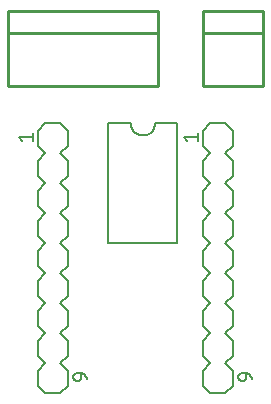
<source format=gto>
G75*
%MOIN*%
%OFA0B0*%
%FSLAX25Y25*%
%IPPOS*%
%LPD*%
%AMOC8*
5,1,8,0,0,1.08239X$1,22.5*
%
%ADD10C,0.00600*%
%ADD11C,0.00500*%
%ADD12C,0.01000*%
D10*
X0027000Y0009500D02*
X0027000Y0014500D01*
X0029500Y0017000D01*
X0027000Y0019500D01*
X0027000Y0024500D01*
X0029500Y0027000D01*
X0027000Y0029500D01*
X0027000Y0034500D01*
X0029500Y0037000D01*
X0027000Y0039500D01*
X0027000Y0044500D01*
X0029500Y0047000D01*
X0027000Y0049500D01*
X0027000Y0054500D01*
X0029500Y0057000D01*
X0027000Y0059500D01*
X0027000Y0064500D01*
X0029500Y0067000D01*
X0027000Y0069500D01*
X0027000Y0074500D01*
X0029500Y0077000D01*
X0027000Y0079500D01*
X0027000Y0084500D01*
X0029500Y0087000D01*
X0027000Y0089500D01*
X0027000Y0094500D01*
X0029500Y0097000D01*
X0034500Y0097000D01*
X0037000Y0094500D01*
X0037000Y0089500D01*
X0034500Y0087000D01*
X0037000Y0084500D01*
X0037000Y0079500D01*
X0034500Y0077000D01*
X0037000Y0074500D01*
X0037000Y0069500D01*
X0034500Y0067000D01*
X0037000Y0064500D01*
X0037000Y0059500D01*
X0034500Y0057000D01*
X0037000Y0054500D01*
X0037000Y0049500D01*
X0034500Y0047000D01*
X0037000Y0044500D01*
X0037000Y0039500D01*
X0034500Y0037000D01*
X0037000Y0034500D01*
X0037000Y0029500D01*
X0034500Y0027000D01*
X0037000Y0024500D01*
X0037000Y0019500D01*
X0034500Y0017000D01*
X0037000Y0014500D01*
X0037000Y0009500D01*
X0034500Y0007000D01*
X0029500Y0007000D01*
X0027000Y0009500D01*
X0050500Y0057000D02*
X0073500Y0057000D01*
X0073500Y0097000D01*
X0066000Y0097000D01*
X0065998Y0096874D01*
X0065992Y0096749D01*
X0065982Y0096624D01*
X0065968Y0096499D01*
X0065951Y0096374D01*
X0065929Y0096250D01*
X0065904Y0096127D01*
X0065874Y0096005D01*
X0065841Y0095884D01*
X0065804Y0095764D01*
X0065764Y0095645D01*
X0065719Y0095528D01*
X0065671Y0095411D01*
X0065619Y0095297D01*
X0065564Y0095184D01*
X0065505Y0095073D01*
X0065443Y0094964D01*
X0065377Y0094857D01*
X0065308Y0094752D01*
X0065236Y0094649D01*
X0065161Y0094548D01*
X0065082Y0094450D01*
X0065000Y0094355D01*
X0064916Y0094262D01*
X0064828Y0094172D01*
X0064738Y0094084D01*
X0064645Y0094000D01*
X0064550Y0093918D01*
X0064452Y0093839D01*
X0064351Y0093764D01*
X0064248Y0093692D01*
X0064143Y0093623D01*
X0064036Y0093557D01*
X0063927Y0093495D01*
X0063816Y0093436D01*
X0063703Y0093381D01*
X0063589Y0093329D01*
X0063472Y0093281D01*
X0063355Y0093236D01*
X0063236Y0093196D01*
X0063116Y0093159D01*
X0062995Y0093126D01*
X0062873Y0093096D01*
X0062750Y0093071D01*
X0062626Y0093049D01*
X0062501Y0093032D01*
X0062376Y0093018D01*
X0062251Y0093008D01*
X0062126Y0093002D01*
X0062000Y0093000D01*
X0061874Y0093002D01*
X0061749Y0093008D01*
X0061624Y0093018D01*
X0061499Y0093032D01*
X0061374Y0093049D01*
X0061250Y0093071D01*
X0061127Y0093096D01*
X0061005Y0093126D01*
X0060884Y0093159D01*
X0060764Y0093196D01*
X0060645Y0093236D01*
X0060528Y0093281D01*
X0060411Y0093329D01*
X0060297Y0093381D01*
X0060184Y0093436D01*
X0060073Y0093495D01*
X0059964Y0093557D01*
X0059857Y0093623D01*
X0059752Y0093692D01*
X0059649Y0093764D01*
X0059548Y0093839D01*
X0059450Y0093918D01*
X0059355Y0094000D01*
X0059262Y0094084D01*
X0059172Y0094172D01*
X0059084Y0094262D01*
X0059000Y0094355D01*
X0058918Y0094450D01*
X0058839Y0094548D01*
X0058764Y0094649D01*
X0058692Y0094752D01*
X0058623Y0094857D01*
X0058557Y0094964D01*
X0058495Y0095073D01*
X0058436Y0095184D01*
X0058381Y0095297D01*
X0058329Y0095411D01*
X0058281Y0095528D01*
X0058236Y0095645D01*
X0058196Y0095764D01*
X0058159Y0095884D01*
X0058126Y0096005D01*
X0058096Y0096127D01*
X0058071Y0096250D01*
X0058049Y0096374D01*
X0058032Y0096499D01*
X0058018Y0096624D01*
X0058008Y0096749D01*
X0058002Y0096874D01*
X0058000Y0097000D01*
X0050500Y0097000D01*
X0050500Y0057000D01*
X0082000Y0054500D02*
X0082000Y0049500D01*
X0084500Y0047000D01*
X0082000Y0044500D01*
X0082000Y0039500D01*
X0084500Y0037000D01*
X0082000Y0034500D01*
X0082000Y0029500D01*
X0084500Y0027000D01*
X0082000Y0024500D01*
X0082000Y0019500D01*
X0084500Y0017000D01*
X0082000Y0014500D01*
X0082000Y0009500D01*
X0084500Y0007000D01*
X0089500Y0007000D01*
X0092000Y0009500D01*
X0092000Y0014500D01*
X0089500Y0017000D01*
X0092000Y0019500D01*
X0092000Y0024500D01*
X0089500Y0027000D01*
X0092000Y0029500D01*
X0092000Y0034500D01*
X0089500Y0037000D01*
X0092000Y0039500D01*
X0092000Y0044500D01*
X0089500Y0047000D01*
X0092000Y0049500D01*
X0092000Y0054500D01*
X0089500Y0057000D01*
X0092000Y0059500D01*
X0092000Y0064500D01*
X0089500Y0067000D01*
X0092000Y0069500D01*
X0092000Y0074500D01*
X0089500Y0077000D01*
X0092000Y0079500D01*
X0092000Y0084500D01*
X0089500Y0087000D01*
X0092000Y0089500D01*
X0092000Y0094500D01*
X0089500Y0097000D01*
X0084500Y0097000D01*
X0082000Y0094500D01*
X0082000Y0089500D01*
X0084500Y0087000D01*
X0082000Y0084500D01*
X0082000Y0079500D01*
X0084500Y0077000D01*
X0082000Y0074500D01*
X0082000Y0069500D01*
X0084500Y0067000D01*
X0082000Y0064500D01*
X0082000Y0059500D01*
X0084500Y0057000D01*
X0082000Y0054500D01*
D11*
X0080250Y0091250D02*
X0080250Y0093750D01*
X0080250Y0092500D02*
X0075750Y0092500D01*
X0076750Y0091250D01*
X0025250Y0091250D02*
X0025250Y0093750D01*
X0025250Y0092500D02*
X0020750Y0092500D01*
X0021750Y0091250D01*
X0040000Y0013750D02*
X0041250Y0013750D01*
X0041250Y0012250D01*
X0041250Y0013750D02*
X0041337Y0013748D01*
X0041424Y0013742D01*
X0041511Y0013733D01*
X0041597Y0013720D01*
X0041683Y0013703D01*
X0041768Y0013682D01*
X0041851Y0013657D01*
X0041934Y0013629D01*
X0042015Y0013598D01*
X0042095Y0013563D01*
X0042173Y0013524D01*
X0042250Y0013482D01*
X0042325Y0013437D01*
X0042397Y0013388D01*
X0042468Y0013337D01*
X0042536Y0013282D01*
X0042601Y0013225D01*
X0042664Y0013164D01*
X0042725Y0013101D01*
X0042782Y0013036D01*
X0042837Y0012968D01*
X0042888Y0012897D01*
X0042937Y0012825D01*
X0042982Y0012750D01*
X0043024Y0012673D01*
X0043063Y0012595D01*
X0043098Y0012515D01*
X0043129Y0012434D01*
X0043157Y0012351D01*
X0043182Y0012268D01*
X0043203Y0012183D01*
X0043220Y0012097D01*
X0043233Y0012011D01*
X0043242Y0011924D01*
X0043248Y0011837D01*
X0043250Y0011750D01*
X0040250Y0011250D02*
X0040000Y0011250D01*
X0040250Y0011250D02*
X0040310Y0011252D01*
X0040371Y0011257D01*
X0040430Y0011266D01*
X0040489Y0011279D01*
X0040548Y0011295D01*
X0040605Y0011315D01*
X0040660Y0011338D01*
X0040715Y0011365D01*
X0040767Y0011394D01*
X0040818Y0011427D01*
X0040867Y0011463D01*
X0040913Y0011501D01*
X0040957Y0011543D01*
X0040999Y0011587D01*
X0041037Y0011633D01*
X0041073Y0011682D01*
X0041106Y0011733D01*
X0041135Y0011785D01*
X0041162Y0011840D01*
X0041185Y0011895D01*
X0041205Y0011952D01*
X0041221Y0012011D01*
X0041234Y0012070D01*
X0041243Y0012129D01*
X0041248Y0012190D01*
X0041250Y0012250D01*
X0040000Y0011250D02*
X0039931Y0011252D01*
X0039862Y0011258D01*
X0039794Y0011267D01*
X0039727Y0011280D01*
X0039660Y0011297D01*
X0039594Y0011318D01*
X0039530Y0011342D01*
X0039467Y0011370D01*
X0039405Y0011401D01*
X0039345Y0011435D01*
X0039288Y0011473D01*
X0039232Y0011514D01*
X0039179Y0011557D01*
X0039128Y0011604D01*
X0039080Y0011653D01*
X0039035Y0011705D01*
X0038993Y0011760D01*
X0038954Y0011816D01*
X0038917Y0011875D01*
X0038885Y0011936D01*
X0038855Y0011998D01*
X0038829Y0012062D01*
X0038807Y0012127D01*
X0038788Y0012193D01*
X0038773Y0012260D01*
X0038762Y0012328D01*
X0038754Y0012397D01*
X0038750Y0012466D01*
X0038750Y0012534D01*
X0038754Y0012603D01*
X0038762Y0012672D01*
X0038773Y0012740D01*
X0038788Y0012807D01*
X0038807Y0012873D01*
X0038829Y0012938D01*
X0038855Y0013002D01*
X0038885Y0013064D01*
X0038917Y0013125D01*
X0038954Y0013184D01*
X0038993Y0013240D01*
X0039035Y0013295D01*
X0039080Y0013347D01*
X0039128Y0013396D01*
X0039179Y0013443D01*
X0039232Y0013486D01*
X0039288Y0013527D01*
X0039345Y0013565D01*
X0039405Y0013599D01*
X0039467Y0013630D01*
X0039530Y0013658D01*
X0039594Y0013682D01*
X0039660Y0013703D01*
X0039727Y0013720D01*
X0039794Y0013733D01*
X0039862Y0013742D01*
X0039931Y0013748D01*
X0040000Y0013750D01*
X0095000Y0013750D02*
X0096250Y0013750D01*
X0096250Y0012250D01*
X0096250Y0013750D02*
X0096337Y0013748D01*
X0096424Y0013742D01*
X0096511Y0013733D01*
X0096597Y0013720D01*
X0096683Y0013703D01*
X0096768Y0013682D01*
X0096851Y0013657D01*
X0096934Y0013629D01*
X0097015Y0013598D01*
X0097095Y0013563D01*
X0097173Y0013524D01*
X0097250Y0013482D01*
X0097325Y0013437D01*
X0097397Y0013388D01*
X0097468Y0013337D01*
X0097536Y0013282D01*
X0097601Y0013225D01*
X0097664Y0013164D01*
X0097725Y0013101D01*
X0097782Y0013036D01*
X0097837Y0012968D01*
X0097888Y0012897D01*
X0097937Y0012825D01*
X0097982Y0012750D01*
X0098024Y0012673D01*
X0098063Y0012595D01*
X0098098Y0012515D01*
X0098129Y0012434D01*
X0098157Y0012351D01*
X0098182Y0012268D01*
X0098203Y0012183D01*
X0098220Y0012097D01*
X0098233Y0012011D01*
X0098242Y0011924D01*
X0098248Y0011837D01*
X0098250Y0011750D01*
X0095250Y0011250D02*
X0095000Y0011250D01*
X0095250Y0011250D02*
X0095310Y0011252D01*
X0095371Y0011257D01*
X0095430Y0011266D01*
X0095489Y0011279D01*
X0095548Y0011295D01*
X0095605Y0011315D01*
X0095660Y0011338D01*
X0095715Y0011365D01*
X0095767Y0011394D01*
X0095818Y0011427D01*
X0095867Y0011463D01*
X0095913Y0011501D01*
X0095957Y0011543D01*
X0095999Y0011587D01*
X0096037Y0011633D01*
X0096073Y0011682D01*
X0096106Y0011733D01*
X0096135Y0011785D01*
X0096162Y0011840D01*
X0096185Y0011895D01*
X0096205Y0011952D01*
X0096221Y0012011D01*
X0096234Y0012070D01*
X0096243Y0012129D01*
X0096248Y0012190D01*
X0096250Y0012250D01*
X0095000Y0011250D02*
X0094931Y0011252D01*
X0094862Y0011258D01*
X0094794Y0011267D01*
X0094727Y0011280D01*
X0094660Y0011297D01*
X0094594Y0011318D01*
X0094530Y0011342D01*
X0094467Y0011370D01*
X0094405Y0011401D01*
X0094345Y0011435D01*
X0094288Y0011473D01*
X0094232Y0011514D01*
X0094179Y0011557D01*
X0094128Y0011604D01*
X0094080Y0011653D01*
X0094035Y0011705D01*
X0093993Y0011760D01*
X0093954Y0011816D01*
X0093917Y0011875D01*
X0093885Y0011936D01*
X0093855Y0011998D01*
X0093829Y0012062D01*
X0093807Y0012127D01*
X0093788Y0012193D01*
X0093773Y0012260D01*
X0093762Y0012328D01*
X0093754Y0012397D01*
X0093750Y0012466D01*
X0093750Y0012534D01*
X0093754Y0012603D01*
X0093762Y0012672D01*
X0093773Y0012740D01*
X0093788Y0012807D01*
X0093807Y0012873D01*
X0093829Y0012938D01*
X0093855Y0013002D01*
X0093885Y0013064D01*
X0093917Y0013125D01*
X0093954Y0013184D01*
X0093993Y0013240D01*
X0094035Y0013295D01*
X0094080Y0013347D01*
X0094128Y0013396D01*
X0094179Y0013443D01*
X0094232Y0013486D01*
X0094288Y0013527D01*
X0094345Y0013565D01*
X0094405Y0013599D01*
X0094467Y0013630D01*
X0094530Y0013658D01*
X0094594Y0013682D01*
X0094660Y0013703D01*
X0094727Y0013720D01*
X0094794Y0013733D01*
X0094862Y0013742D01*
X0094931Y0013748D01*
X0095000Y0013750D01*
D12*
X0102000Y0109500D02*
X0082000Y0109500D01*
X0082000Y0127000D01*
X0102000Y0127000D01*
X0102000Y0109500D01*
X0102000Y0127000D02*
X0102000Y0134500D01*
X0082000Y0134500D01*
X0082000Y0127000D01*
X0067000Y0127000D02*
X0067000Y0109500D01*
X0017000Y0109500D01*
X0017000Y0127000D01*
X0067000Y0127000D01*
X0067000Y0134500D01*
X0017000Y0134500D01*
X0017000Y0127000D01*
M02*

</source>
